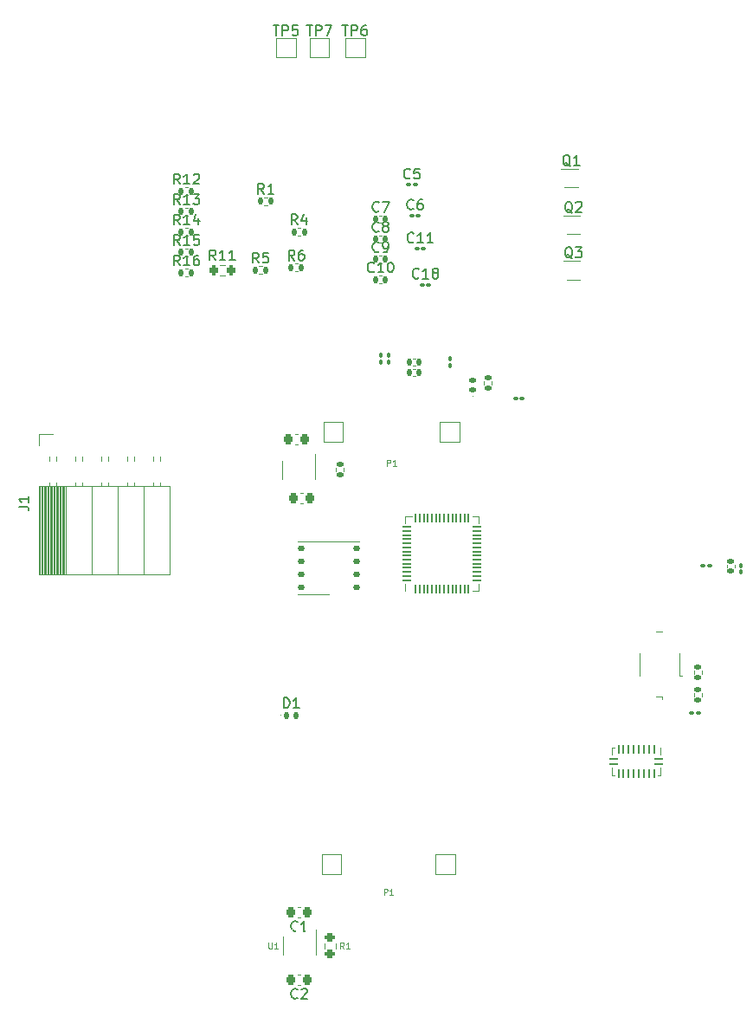
<source format=gbr>
%TF.GenerationSoftware,KiCad,Pcbnew,7.0.8*%
%TF.CreationDate,2024-04-02T14:21:28+02:00*%
%TF.ProjectId,Expansion_Card_Retrofit,45787061-6e73-4696-9f6e-5f436172645f,X1*%
%TF.SameCoordinates,Original*%
%TF.FileFunction,Legend,Top*%
%TF.FilePolarity,Positive*%
%FSLAX46Y46*%
G04 Gerber Fmt 4.6, Leading zero omitted, Abs format (unit mm)*
G04 Created by KiCad (PCBNEW 7.0.8) date 2024-04-02 14:21:28*
%MOMM*%
%LPD*%
G01*
G04 APERTURE LIST*
G04 Aperture macros list*
%AMRoundRect*
0 Rectangle with rounded corners*
0 $1 Rounding radius*
0 $2 $3 $4 $5 $6 $7 $8 $9 X,Y pos of 4 corners*
0 Add a 4 corners polygon primitive as box body*
4,1,4,$2,$3,$4,$5,$6,$7,$8,$9,$2,$3,0*
0 Add four circle primitives for the rounded corners*
1,1,$1+$1,$2,$3*
1,1,$1+$1,$4,$5*
1,1,$1+$1,$6,$7*
1,1,$1+$1,$8,$9*
0 Add four rect primitives between the rounded corners*
20,1,$1+$1,$2,$3,$4,$5,0*
20,1,$1+$1,$4,$5,$6,$7,0*
20,1,$1+$1,$6,$7,$8,$9,0*
20,1,$1+$1,$8,$9,$2,$3,0*%
G04 Aperture macros list end*
%ADD10C,0.101600*%
%ADD11C,0.150000*%
%ADD12C,0.120000*%
%ADD13C,0.100000*%
%ADD14R,0.650000X1.060000*%
%ADD15RoundRect,0.225000X0.225000X0.250000X-0.225000X0.250000X-0.225000X-0.250000X0.225000X-0.250000X0*%
%ADD16RoundRect,0.200000X-0.275000X0.200000X-0.275000X-0.200000X0.275000X-0.200000X0.275000X0.200000X0*%
%ADD17R,0.380000X1.000000*%
%ADD18R,0.700000X1.150000*%
%ADD19R,1.500000X1.500000*%
%ADD20C,2.200000*%
%ADD21RoundRect,0.125000X0.250000X0.125000X-0.250000X0.125000X-0.250000X-0.125000X0.250000X-0.125000X0*%
%ADD22R,3.400000X4.300000*%
%ADD23RoundRect,0.135000X-0.185000X0.135000X-0.185000X-0.135000X0.185000X-0.135000X0.185000X0.135000X0*%
%ADD24R,1.400000X1.800000*%
%ADD25RoundRect,0.140000X-0.140000X-0.170000X0.140000X-0.170000X0.140000X0.170000X-0.140000X0.170000X0*%
%ADD26RoundRect,0.135000X-0.135000X-0.185000X0.135000X-0.185000X0.135000X0.185000X-0.135000X0.185000X0*%
%ADD27RoundRect,0.147500X-0.147500X-0.172500X0.147500X-0.172500X0.147500X0.172500X-0.147500X0.172500X0*%
%ADD28RoundRect,0.100000X-0.100000X0.130000X-0.100000X-0.130000X0.100000X-0.130000X0.100000X0.130000X0*%
%ADD29RoundRect,0.100000X-0.130000X-0.100000X0.130000X-0.100000X0.130000X0.100000X-0.130000X0.100000X0*%
%ADD30R,0.510000X0.400000*%
%ADD31RoundRect,0.050000X0.050000X-0.387500X0.050000X0.387500X-0.050000X0.387500X-0.050000X-0.387500X0*%
%ADD32RoundRect,0.050000X0.387500X-0.050000X0.387500X0.050000X-0.387500X0.050000X-0.387500X-0.050000X0*%
%ADD33R,3.200000X3.200000*%
%ADD34RoundRect,0.140000X0.140000X0.170000X-0.140000X0.170000X-0.140000X-0.170000X0.140000X-0.170000X0*%
%ADD35R,1.700000X1.700000*%
%ADD36O,1.700000X1.700000*%
%ADD37RoundRect,0.140000X0.170000X-0.140000X0.170000X0.140000X-0.170000X0.140000X-0.170000X-0.140000X0*%
%ADD38RoundRect,0.135000X0.185000X-0.135000X0.185000X0.135000X-0.185000X0.135000X-0.185000X-0.135000X0*%
%ADD39RoundRect,0.200000X-0.200000X-0.275000X0.200000X-0.275000X0.200000X0.275000X-0.200000X0.275000X0*%
%ADD40RoundRect,0.100000X0.100000X-0.130000X0.100000X0.130000X-0.100000X0.130000X-0.100000X-0.130000X0*%
%ADD41RoundRect,0.100000X0.130000X0.100000X-0.130000X0.100000X-0.130000X-0.100000X0.130000X-0.100000X0*%
%ADD42RoundRect,0.062500X-0.350000X0.062500X-0.350000X-0.062500X0.350000X-0.062500X0.350000X0.062500X0*%
%ADD43RoundRect,0.062500X-0.062500X0.350000X-0.062500X-0.350000X0.062500X-0.350000X0.062500X0.350000X0*%
%ADD44R,3.000000X1.000000*%
%ADD45RoundRect,0.147500X0.172500X-0.147500X0.172500X0.147500X-0.172500X0.147500X-0.172500X-0.147500X0*%
G04 APERTURE END LIST*
D10*
X128277395Y-135951778D02*
X128277395Y-136424701D01*
X128277395Y-136424701D02*
X128305214Y-136480339D01*
X128305214Y-136480339D02*
X128333033Y-136508159D01*
X128333033Y-136508159D02*
X128388671Y-136535978D01*
X128388671Y-136535978D02*
X128499947Y-136535978D01*
X128499947Y-136535978D02*
X128555585Y-136508159D01*
X128555585Y-136508159D02*
X128583404Y-136480339D01*
X128583404Y-136480339D02*
X128611223Y-136424701D01*
X128611223Y-136424701D02*
X128611223Y-135951778D01*
X129195423Y-136535978D02*
X128861595Y-136535978D01*
X129028509Y-136535978D02*
X129028509Y-135951778D01*
X129028509Y-135951778D02*
X128972871Y-136035235D01*
X128972871Y-136035235D02*
X128917233Y-136090873D01*
X128917233Y-136090873D02*
X128861595Y-136118692D01*
D11*
X131095833Y-134758580D02*
X131048214Y-134806200D01*
X131048214Y-134806200D02*
X130905357Y-134853819D01*
X130905357Y-134853819D02*
X130810119Y-134853819D01*
X130810119Y-134853819D02*
X130667262Y-134806200D01*
X130667262Y-134806200D02*
X130572024Y-134710961D01*
X130572024Y-134710961D02*
X130524405Y-134615723D01*
X130524405Y-134615723D02*
X130476786Y-134425247D01*
X130476786Y-134425247D02*
X130476786Y-134282390D01*
X130476786Y-134282390D02*
X130524405Y-134091914D01*
X130524405Y-134091914D02*
X130572024Y-133996676D01*
X130572024Y-133996676D02*
X130667262Y-133901438D01*
X130667262Y-133901438D02*
X130810119Y-133853819D01*
X130810119Y-133853819D02*
X130905357Y-133853819D01*
X130905357Y-133853819D02*
X131048214Y-133901438D01*
X131048214Y-133901438D02*
X131095833Y-133949057D01*
X132048214Y-134853819D02*
X131476786Y-134853819D01*
X131762500Y-134853819D02*
X131762500Y-133853819D01*
X131762500Y-133853819D02*
X131667262Y-133996676D01*
X131667262Y-133996676D02*
X131572024Y-134091914D01*
X131572024Y-134091914D02*
X131476786Y-134139533D01*
D10*
X135635133Y-136535978D02*
X135440400Y-136257787D01*
X135301305Y-136535978D02*
X135301305Y-135951778D01*
X135301305Y-135951778D02*
X135523857Y-135951778D01*
X135523857Y-135951778D02*
X135579495Y-135979597D01*
X135579495Y-135979597D02*
X135607314Y-136007416D01*
X135607314Y-136007416D02*
X135635133Y-136063054D01*
X135635133Y-136063054D02*
X135635133Y-136146511D01*
X135635133Y-136146511D02*
X135607314Y-136202149D01*
X135607314Y-136202149D02*
X135579495Y-136229968D01*
X135579495Y-136229968D02*
X135523857Y-136257787D01*
X135523857Y-136257787D02*
X135301305Y-136257787D01*
X136191514Y-136535978D02*
X135857686Y-136535978D01*
X136024600Y-136535978D02*
X136024600Y-135951778D01*
X136024600Y-135951778D02*
X135968962Y-136035235D01*
X135968962Y-136035235D02*
X135913324Y-136090873D01*
X135913324Y-136090873D02*
X135857686Y-136118692D01*
X139568805Y-131304978D02*
X139568805Y-130720778D01*
X139568805Y-130720778D02*
X139791357Y-130720778D01*
X139791357Y-130720778D02*
X139846995Y-130748597D01*
X139846995Y-130748597D02*
X139874814Y-130776416D01*
X139874814Y-130776416D02*
X139902633Y-130832054D01*
X139902633Y-130832054D02*
X139902633Y-130915511D01*
X139902633Y-130915511D02*
X139874814Y-130971149D01*
X139874814Y-130971149D02*
X139846995Y-130998968D01*
X139846995Y-130998968D02*
X139791357Y-131026787D01*
X139791357Y-131026787D02*
X139568805Y-131026787D01*
X140459014Y-131304978D02*
X140125186Y-131304978D01*
X140292100Y-131304978D02*
X140292100Y-130720778D01*
X140292100Y-130720778D02*
X140236462Y-130804235D01*
X140236462Y-130804235D02*
X140180824Y-130859873D01*
X140180824Y-130859873D02*
X140125186Y-130887692D01*
D11*
X131095833Y-141362580D02*
X131048214Y-141410200D01*
X131048214Y-141410200D02*
X130905357Y-141457819D01*
X130905357Y-141457819D02*
X130810119Y-141457819D01*
X130810119Y-141457819D02*
X130667262Y-141410200D01*
X130667262Y-141410200D02*
X130572024Y-141314961D01*
X130572024Y-141314961D02*
X130524405Y-141219723D01*
X130524405Y-141219723D02*
X130476786Y-141029247D01*
X130476786Y-141029247D02*
X130476786Y-140886390D01*
X130476786Y-140886390D02*
X130524405Y-140695914D01*
X130524405Y-140695914D02*
X130572024Y-140600676D01*
X130572024Y-140600676D02*
X130667262Y-140505438D01*
X130667262Y-140505438D02*
X130810119Y-140457819D01*
X130810119Y-140457819D02*
X130905357Y-140457819D01*
X130905357Y-140457819D02*
X131048214Y-140505438D01*
X131048214Y-140505438D02*
X131095833Y-140553057D01*
X131476786Y-140553057D02*
X131524405Y-140505438D01*
X131524405Y-140505438D02*
X131619643Y-140457819D01*
X131619643Y-140457819D02*
X131857738Y-140457819D01*
X131857738Y-140457819D02*
X131952976Y-140505438D01*
X131952976Y-140505438D02*
X132000595Y-140553057D01*
X132000595Y-140553057D02*
X132048214Y-140648295D01*
X132048214Y-140648295D02*
X132048214Y-140743533D01*
X132048214Y-140743533D02*
X132000595Y-140886390D01*
X132000595Y-140886390D02*
X131429167Y-141457819D01*
X131429167Y-141457819D02*
X132048214Y-141457819D01*
X138587142Y-70359580D02*
X138539523Y-70407200D01*
X138539523Y-70407200D02*
X138396666Y-70454819D01*
X138396666Y-70454819D02*
X138301428Y-70454819D01*
X138301428Y-70454819D02*
X138158571Y-70407200D01*
X138158571Y-70407200D02*
X138063333Y-70311961D01*
X138063333Y-70311961D02*
X138015714Y-70216723D01*
X138015714Y-70216723D02*
X137968095Y-70026247D01*
X137968095Y-70026247D02*
X137968095Y-69883390D01*
X137968095Y-69883390D02*
X138015714Y-69692914D01*
X138015714Y-69692914D02*
X138063333Y-69597676D01*
X138063333Y-69597676D02*
X138158571Y-69502438D01*
X138158571Y-69502438D02*
X138301428Y-69454819D01*
X138301428Y-69454819D02*
X138396666Y-69454819D01*
X138396666Y-69454819D02*
X138539523Y-69502438D01*
X138539523Y-69502438D02*
X138587142Y-69550057D01*
X139539523Y-70454819D02*
X138968095Y-70454819D01*
X139253809Y-70454819D02*
X139253809Y-69454819D01*
X139253809Y-69454819D02*
X139158571Y-69597676D01*
X139158571Y-69597676D02*
X139063333Y-69692914D01*
X139063333Y-69692914D02*
X138968095Y-69740533D01*
X140158571Y-69454819D02*
X140253809Y-69454819D01*
X140253809Y-69454819D02*
X140349047Y-69502438D01*
X140349047Y-69502438D02*
X140396666Y-69550057D01*
X140396666Y-69550057D02*
X140444285Y-69645295D01*
X140444285Y-69645295D02*
X140491904Y-69835771D01*
X140491904Y-69835771D02*
X140491904Y-70073866D01*
X140491904Y-70073866D02*
X140444285Y-70264342D01*
X140444285Y-70264342D02*
X140396666Y-70359580D01*
X140396666Y-70359580D02*
X140349047Y-70407200D01*
X140349047Y-70407200D02*
X140253809Y-70454819D01*
X140253809Y-70454819D02*
X140158571Y-70454819D01*
X140158571Y-70454819D02*
X140063333Y-70407200D01*
X140063333Y-70407200D02*
X140015714Y-70359580D01*
X140015714Y-70359580D02*
X139968095Y-70264342D01*
X139968095Y-70264342D02*
X139920476Y-70073866D01*
X139920476Y-70073866D02*
X139920476Y-69835771D01*
X139920476Y-69835771D02*
X139968095Y-69645295D01*
X139968095Y-69645295D02*
X140015714Y-69550057D01*
X140015714Y-69550057D02*
X140063333Y-69502438D01*
X140063333Y-69502438D02*
X140158571Y-69454819D01*
X127833333Y-62784819D02*
X127500000Y-62308628D01*
X127261905Y-62784819D02*
X127261905Y-61784819D01*
X127261905Y-61784819D02*
X127642857Y-61784819D01*
X127642857Y-61784819D02*
X127738095Y-61832438D01*
X127738095Y-61832438D02*
X127785714Y-61880057D01*
X127785714Y-61880057D02*
X127833333Y-61975295D01*
X127833333Y-61975295D02*
X127833333Y-62118152D01*
X127833333Y-62118152D02*
X127785714Y-62213390D01*
X127785714Y-62213390D02*
X127738095Y-62261009D01*
X127738095Y-62261009D02*
X127642857Y-62308628D01*
X127642857Y-62308628D02*
X127261905Y-62308628D01*
X128785714Y-62784819D02*
X128214286Y-62784819D01*
X128500000Y-62784819D02*
X128500000Y-61784819D01*
X128500000Y-61784819D02*
X128404762Y-61927676D01*
X128404762Y-61927676D02*
X128309524Y-62022914D01*
X128309524Y-62022914D02*
X128214286Y-62070533D01*
X129761905Y-113034819D02*
X129761905Y-112034819D01*
X129761905Y-112034819D02*
X130000000Y-112034819D01*
X130000000Y-112034819D02*
X130142857Y-112082438D01*
X130142857Y-112082438D02*
X130238095Y-112177676D01*
X130238095Y-112177676D02*
X130285714Y-112272914D01*
X130285714Y-112272914D02*
X130333333Y-112463390D01*
X130333333Y-112463390D02*
X130333333Y-112606247D01*
X130333333Y-112606247D02*
X130285714Y-112796723D01*
X130285714Y-112796723D02*
X130238095Y-112891961D01*
X130238095Y-112891961D02*
X130142857Y-112987200D01*
X130142857Y-112987200D02*
X130000000Y-113034819D01*
X130000000Y-113034819D02*
X129761905Y-113034819D01*
X131285714Y-113034819D02*
X130714286Y-113034819D01*
X131000000Y-113034819D02*
X131000000Y-112034819D01*
X131000000Y-112034819D02*
X130904762Y-112177676D01*
X130904762Y-112177676D02*
X130809524Y-112272914D01*
X130809524Y-112272914D02*
X130714286Y-112320533D01*
X142448333Y-64219580D02*
X142400714Y-64267200D01*
X142400714Y-64267200D02*
X142257857Y-64314819D01*
X142257857Y-64314819D02*
X142162619Y-64314819D01*
X142162619Y-64314819D02*
X142019762Y-64267200D01*
X142019762Y-64267200D02*
X141924524Y-64171961D01*
X141924524Y-64171961D02*
X141876905Y-64076723D01*
X141876905Y-64076723D02*
X141829286Y-63886247D01*
X141829286Y-63886247D02*
X141829286Y-63743390D01*
X141829286Y-63743390D02*
X141876905Y-63552914D01*
X141876905Y-63552914D02*
X141924524Y-63457676D01*
X141924524Y-63457676D02*
X142019762Y-63362438D01*
X142019762Y-63362438D02*
X142162619Y-63314819D01*
X142162619Y-63314819D02*
X142257857Y-63314819D01*
X142257857Y-63314819D02*
X142400714Y-63362438D01*
X142400714Y-63362438D02*
X142448333Y-63410057D01*
X143305476Y-63314819D02*
X143115000Y-63314819D01*
X143115000Y-63314819D02*
X143019762Y-63362438D01*
X143019762Y-63362438D02*
X142972143Y-63410057D01*
X142972143Y-63410057D02*
X142876905Y-63552914D01*
X142876905Y-63552914D02*
X142829286Y-63743390D01*
X142829286Y-63743390D02*
X142829286Y-64124342D01*
X142829286Y-64124342D02*
X142876905Y-64219580D01*
X142876905Y-64219580D02*
X142924524Y-64267200D01*
X142924524Y-64267200D02*
X143019762Y-64314819D01*
X143019762Y-64314819D02*
X143210238Y-64314819D01*
X143210238Y-64314819D02*
X143305476Y-64267200D01*
X143305476Y-64267200D02*
X143353095Y-64219580D01*
X143353095Y-64219580D02*
X143400714Y-64124342D01*
X143400714Y-64124342D02*
X143400714Y-63886247D01*
X143400714Y-63886247D02*
X143353095Y-63791009D01*
X143353095Y-63791009D02*
X143305476Y-63743390D01*
X143305476Y-63743390D02*
X143210238Y-63695771D01*
X143210238Y-63695771D02*
X143019762Y-63695771D01*
X143019762Y-63695771D02*
X142924524Y-63743390D01*
X142924524Y-63743390D02*
X142876905Y-63791009D01*
X142876905Y-63791009D02*
X142829286Y-63886247D01*
X157799761Y-60100057D02*
X157704523Y-60052438D01*
X157704523Y-60052438D02*
X157609285Y-59957200D01*
X157609285Y-59957200D02*
X157466428Y-59814342D01*
X157466428Y-59814342D02*
X157371190Y-59766723D01*
X157371190Y-59766723D02*
X157275952Y-59766723D01*
X157323571Y-60004819D02*
X157228333Y-59957200D01*
X157228333Y-59957200D02*
X157133095Y-59861961D01*
X157133095Y-59861961D02*
X157085476Y-59671485D01*
X157085476Y-59671485D02*
X157085476Y-59338152D01*
X157085476Y-59338152D02*
X157133095Y-59147676D01*
X157133095Y-59147676D02*
X157228333Y-59052438D01*
X157228333Y-59052438D02*
X157323571Y-59004819D01*
X157323571Y-59004819D02*
X157514047Y-59004819D01*
X157514047Y-59004819D02*
X157609285Y-59052438D01*
X157609285Y-59052438D02*
X157704523Y-59147676D01*
X157704523Y-59147676D02*
X157752142Y-59338152D01*
X157752142Y-59338152D02*
X157752142Y-59671485D01*
X157752142Y-59671485D02*
X157704523Y-59861961D01*
X157704523Y-59861961D02*
X157609285Y-59957200D01*
X157609285Y-59957200D02*
X157514047Y-60004819D01*
X157514047Y-60004819D02*
X157323571Y-60004819D01*
X158704523Y-60004819D02*
X158133095Y-60004819D01*
X158418809Y-60004819D02*
X158418809Y-59004819D01*
X158418809Y-59004819D02*
X158323571Y-59147676D01*
X158323571Y-59147676D02*
X158228333Y-59242914D01*
X158228333Y-59242914D02*
X158133095Y-59290533D01*
X139063333Y-64449580D02*
X139015714Y-64497200D01*
X139015714Y-64497200D02*
X138872857Y-64544819D01*
X138872857Y-64544819D02*
X138777619Y-64544819D01*
X138777619Y-64544819D02*
X138634762Y-64497200D01*
X138634762Y-64497200D02*
X138539524Y-64401961D01*
X138539524Y-64401961D02*
X138491905Y-64306723D01*
X138491905Y-64306723D02*
X138444286Y-64116247D01*
X138444286Y-64116247D02*
X138444286Y-63973390D01*
X138444286Y-63973390D02*
X138491905Y-63782914D01*
X138491905Y-63782914D02*
X138539524Y-63687676D01*
X138539524Y-63687676D02*
X138634762Y-63592438D01*
X138634762Y-63592438D02*
X138777619Y-63544819D01*
X138777619Y-63544819D02*
X138872857Y-63544819D01*
X138872857Y-63544819D02*
X139015714Y-63592438D01*
X139015714Y-63592438D02*
X139063333Y-63640057D01*
X139396667Y-63544819D02*
X140063333Y-63544819D01*
X140063333Y-63544819D02*
X139634762Y-64544819D01*
X139063333Y-68389580D02*
X139015714Y-68437200D01*
X139015714Y-68437200D02*
X138872857Y-68484819D01*
X138872857Y-68484819D02*
X138777619Y-68484819D01*
X138777619Y-68484819D02*
X138634762Y-68437200D01*
X138634762Y-68437200D02*
X138539524Y-68341961D01*
X138539524Y-68341961D02*
X138491905Y-68246723D01*
X138491905Y-68246723D02*
X138444286Y-68056247D01*
X138444286Y-68056247D02*
X138444286Y-67913390D01*
X138444286Y-67913390D02*
X138491905Y-67722914D01*
X138491905Y-67722914D02*
X138539524Y-67627676D01*
X138539524Y-67627676D02*
X138634762Y-67532438D01*
X138634762Y-67532438D02*
X138777619Y-67484819D01*
X138777619Y-67484819D02*
X138872857Y-67484819D01*
X138872857Y-67484819D02*
X139015714Y-67532438D01*
X139015714Y-67532438D02*
X139063333Y-67580057D01*
X139539524Y-68484819D02*
X139730000Y-68484819D01*
X139730000Y-68484819D02*
X139825238Y-68437200D01*
X139825238Y-68437200D02*
X139872857Y-68389580D01*
X139872857Y-68389580D02*
X139968095Y-68246723D01*
X139968095Y-68246723D02*
X140015714Y-68056247D01*
X140015714Y-68056247D02*
X140015714Y-67675295D01*
X140015714Y-67675295D02*
X139968095Y-67580057D01*
X139968095Y-67580057D02*
X139920476Y-67532438D01*
X139920476Y-67532438D02*
X139825238Y-67484819D01*
X139825238Y-67484819D02*
X139634762Y-67484819D01*
X139634762Y-67484819D02*
X139539524Y-67532438D01*
X139539524Y-67532438D02*
X139491905Y-67580057D01*
X139491905Y-67580057D02*
X139444286Y-67675295D01*
X139444286Y-67675295D02*
X139444286Y-67913390D01*
X139444286Y-67913390D02*
X139491905Y-68008628D01*
X139491905Y-68008628D02*
X139539524Y-68056247D01*
X139539524Y-68056247D02*
X139634762Y-68103866D01*
X139634762Y-68103866D02*
X139825238Y-68103866D01*
X139825238Y-68103866D02*
X139920476Y-68056247D01*
X139920476Y-68056247D02*
X139968095Y-68008628D01*
X139968095Y-68008628D02*
X140015714Y-67913390D01*
X139063333Y-66419580D02*
X139015714Y-66467200D01*
X139015714Y-66467200D02*
X138872857Y-66514819D01*
X138872857Y-66514819D02*
X138777619Y-66514819D01*
X138777619Y-66514819D02*
X138634762Y-66467200D01*
X138634762Y-66467200D02*
X138539524Y-66371961D01*
X138539524Y-66371961D02*
X138491905Y-66276723D01*
X138491905Y-66276723D02*
X138444286Y-66086247D01*
X138444286Y-66086247D02*
X138444286Y-65943390D01*
X138444286Y-65943390D02*
X138491905Y-65752914D01*
X138491905Y-65752914D02*
X138539524Y-65657676D01*
X138539524Y-65657676D02*
X138634762Y-65562438D01*
X138634762Y-65562438D02*
X138777619Y-65514819D01*
X138777619Y-65514819D02*
X138872857Y-65514819D01*
X138872857Y-65514819D02*
X139015714Y-65562438D01*
X139015714Y-65562438D02*
X139063333Y-65610057D01*
X139634762Y-65943390D02*
X139539524Y-65895771D01*
X139539524Y-65895771D02*
X139491905Y-65848152D01*
X139491905Y-65848152D02*
X139444286Y-65752914D01*
X139444286Y-65752914D02*
X139444286Y-65705295D01*
X139444286Y-65705295D02*
X139491905Y-65610057D01*
X139491905Y-65610057D02*
X139539524Y-65562438D01*
X139539524Y-65562438D02*
X139634762Y-65514819D01*
X139634762Y-65514819D02*
X139825238Y-65514819D01*
X139825238Y-65514819D02*
X139920476Y-65562438D01*
X139920476Y-65562438D02*
X139968095Y-65610057D01*
X139968095Y-65610057D02*
X140015714Y-65705295D01*
X140015714Y-65705295D02*
X140015714Y-65752914D01*
X140015714Y-65752914D02*
X139968095Y-65848152D01*
X139968095Y-65848152D02*
X139920476Y-65895771D01*
X139920476Y-65895771D02*
X139825238Y-65943390D01*
X139825238Y-65943390D02*
X139634762Y-65943390D01*
X139634762Y-65943390D02*
X139539524Y-65991009D01*
X139539524Y-65991009D02*
X139491905Y-66038628D01*
X139491905Y-66038628D02*
X139444286Y-66133866D01*
X139444286Y-66133866D02*
X139444286Y-66324342D01*
X139444286Y-66324342D02*
X139491905Y-66419580D01*
X139491905Y-66419580D02*
X139539524Y-66467200D01*
X139539524Y-66467200D02*
X139634762Y-66514819D01*
X139634762Y-66514819D02*
X139825238Y-66514819D01*
X139825238Y-66514819D02*
X139920476Y-66467200D01*
X139920476Y-66467200D02*
X139968095Y-66419580D01*
X139968095Y-66419580D02*
X140015714Y-66324342D01*
X140015714Y-66324342D02*
X140015714Y-66133866D01*
X140015714Y-66133866D02*
X139968095Y-66038628D01*
X139968095Y-66038628D02*
X139920476Y-65991009D01*
X139920476Y-65991009D02*
X139825238Y-65943390D01*
X103834819Y-93358333D02*
X104549104Y-93358333D01*
X104549104Y-93358333D02*
X104691961Y-93405952D01*
X104691961Y-93405952D02*
X104787200Y-93501190D01*
X104787200Y-93501190D02*
X104834819Y-93644047D01*
X104834819Y-93644047D02*
X104834819Y-93739285D01*
X104834819Y-92358333D02*
X104834819Y-92929761D01*
X104834819Y-92644047D02*
X103834819Y-92644047D01*
X103834819Y-92644047D02*
X103977676Y-92739285D01*
X103977676Y-92739285D02*
X104072914Y-92834523D01*
X104072914Y-92834523D02*
X104120533Y-92929761D01*
X128738095Y-46306819D02*
X129309523Y-46306819D01*
X129023809Y-47306819D02*
X129023809Y-46306819D01*
X129642857Y-47306819D02*
X129642857Y-46306819D01*
X129642857Y-46306819D02*
X130023809Y-46306819D01*
X130023809Y-46306819D02*
X130119047Y-46354438D01*
X130119047Y-46354438D02*
X130166666Y-46402057D01*
X130166666Y-46402057D02*
X130214285Y-46497295D01*
X130214285Y-46497295D02*
X130214285Y-46640152D01*
X130214285Y-46640152D02*
X130166666Y-46735390D01*
X130166666Y-46735390D02*
X130119047Y-46783009D01*
X130119047Y-46783009D02*
X130023809Y-46830628D01*
X130023809Y-46830628D02*
X129642857Y-46830628D01*
X131119047Y-46306819D02*
X130642857Y-46306819D01*
X130642857Y-46306819D02*
X130595238Y-46783009D01*
X130595238Y-46783009D02*
X130642857Y-46735390D01*
X130642857Y-46735390D02*
X130738095Y-46687771D01*
X130738095Y-46687771D02*
X130976190Y-46687771D01*
X130976190Y-46687771D02*
X131071428Y-46735390D01*
X131071428Y-46735390D02*
X131119047Y-46783009D01*
X131119047Y-46783009D02*
X131166666Y-46878247D01*
X131166666Y-46878247D02*
X131166666Y-47116342D01*
X131166666Y-47116342D02*
X131119047Y-47211580D01*
X131119047Y-47211580D02*
X131071428Y-47259200D01*
X131071428Y-47259200D02*
X130976190Y-47306819D01*
X130976190Y-47306819D02*
X130738095Y-47306819D01*
X130738095Y-47306819D02*
X130642857Y-47259200D01*
X130642857Y-47259200D02*
X130595238Y-47211580D01*
X158009761Y-69100057D02*
X157914523Y-69052438D01*
X157914523Y-69052438D02*
X157819285Y-68957200D01*
X157819285Y-68957200D02*
X157676428Y-68814342D01*
X157676428Y-68814342D02*
X157581190Y-68766723D01*
X157581190Y-68766723D02*
X157485952Y-68766723D01*
X157533571Y-69004819D02*
X157438333Y-68957200D01*
X157438333Y-68957200D02*
X157343095Y-68861961D01*
X157343095Y-68861961D02*
X157295476Y-68671485D01*
X157295476Y-68671485D02*
X157295476Y-68338152D01*
X157295476Y-68338152D02*
X157343095Y-68147676D01*
X157343095Y-68147676D02*
X157438333Y-68052438D01*
X157438333Y-68052438D02*
X157533571Y-68004819D01*
X157533571Y-68004819D02*
X157724047Y-68004819D01*
X157724047Y-68004819D02*
X157819285Y-68052438D01*
X157819285Y-68052438D02*
X157914523Y-68147676D01*
X157914523Y-68147676D02*
X157962142Y-68338152D01*
X157962142Y-68338152D02*
X157962142Y-68671485D01*
X157962142Y-68671485D02*
X157914523Y-68861961D01*
X157914523Y-68861961D02*
X157819285Y-68957200D01*
X157819285Y-68957200D02*
X157724047Y-69004819D01*
X157724047Y-69004819D02*
X157533571Y-69004819D01*
X158295476Y-68004819D02*
X158914523Y-68004819D01*
X158914523Y-68004819D02*
X158581190Y-68385771D01*
X158581190Y-68385771D02*
X158724047Y-68385771D01*
X158724047Y-68385771D02*
X158819285Y-68433390D01*
X158819285Y-68433390D02*
X158866904Y-68481009D01*
X158866904Y-68481009D02*
X158914523Y-68576247D01*
X158914523Y-68576247D02*
X158914523Y-68814342D01*
X158914523Y-68814342D02*
X158866904Y-68909580D01*
X158866904Y-68909580D02*
X158819285Y-68957200D01*
X158819285Y-68957200D02*
X158724047Y-69004819D01*
X158724047Y-69004819D02*
X158438333Y-69004819D01*
X158438333Y-69004819D02*
X158343095Y-68957200D01*
X158343095Y-68957200D02*
X158295476Y-68909580D01*
X142472142Y-67469580D02*
X142424523Y-67517200D01*
X142424523Y-67517200D02*
X142281666Y-67564819D01*
X142281666Y-67564819D02*
X142186428Y-67564819D01*
X142186428Y-67564819D02*
X142043571Y-67517200D01*
X142043571Y-67517200D02*
X141948333Y-67421961D01*
X141948333Y-67421961D02*
X141900714Y-67326723D01*
X141900714Y-67326723D02*
X141853095Y-67136247D01*
X141853095Y-67136247D02*
X141853095Y-66993390D01*
X141853095Y-66993390D02*
X141900714Y-66802914D01*
X141900714Y-66802914D02*
X141948333Y-66707676D01*
X141948333Y-66707676D02*
X142043571Y-66612438D01*
X142043571Y-66612438D02*
X142186428Y-66564819D01*
X142186428Y-66564819D02*
X142281666Y-66564819D01*
X142281666Y-66564819D02*
X142424523Y-66612438D01*
X142424523Y-66612438D02*
X142472142Y-66660057D01*
X143424523Y-67564819D02*
X142853095Y-67564819D01*
X143138809Y-67564819D02*
X143138809Y-66564819D01*
X143138809Y-66564819D02*
X143043571Y-66707676D01*
X143043571Y-66707676D02*
X142948333Y-66802914D01*
X142948333Y-66802914D02*
X142853095Y-66850533D01*
X144376904Y-67564819D02*
X143805476Y-67564819D01*
X144091190Y-67564819D02*
X144091190Y-66564819D01*
X144091190Y-66564819D02*
X143995952Y-66707676D01*
X143995952Y-66707676D02*
X143900714Y-66802914D01*
X143900714Y-66802914D02*
X143805476Y-66850533D01*
X135488095Y-46306819D02*
X136059523Y-46306819D01*
X135773809Y-47306819D02*
X135773809Y-46306819D01*
X136392857Y-47306819D02*
X136392857Y-46306819D01*
X136392857Y-46306819D02*
X136773809Y-46306819D01*
X136773809Y-46306819D02*
X136869047Y-46354438D01*
X136869047Y-46354438D02*
X136916666Y-46402057D01*
X136916666Y-46402057D02*
X136964285Y-46497295D01*
X136964285Y-46497295D02*
X136964285Y-46640152D01*
X136964285Y-46640152D02*
X136916666Y-46735390D01*
X136916666Y-46735390D02*
X136869047Y-46783009D01*
X136869047Y-46783009D02*
X136773809Y-46830628D01*
X136773809Y-46830628D02*
X136392857Y-46830628D01*
X137821428Y-46306819D02*
X137630952Y-46306819D01*
X137630952Y-46306819D02*
X137535714Y-46354438D01*
X137535714Y-46354438D02*
X137488095Y-46402057D01*
X137488095Y-46402057D02*
X137392857Y-46544914D01*
X137392857Y-46544914D02*
X137345238Y-46735390D01*
X137345238Y-46735390D02*
X137345238Y-47116342D01*
X137345238Y-47116342D02*
X137392857Y-47211580D01*
X137392857Y-47211580D02*
X137440476Y-47259200D01*
X137440476Y-47259200D02*
X137535714Y-47306819D01*
X137535714Y-47306819D02*
X137726190Y-47306819D01*
X137726190Y-47306819D02*
X137821428Y-47259200D01*
X137821428Y-47259200D02*
X137869047Y-47211580D01*
X137869047Y-47211580D02*
X137916666Y-47116342D01*
X137916666Y-47116342D02*
X137916666Y-46878247D01*
X137916666Y-46878247D02*
X137869047Y-46783009D01*
X137869047Y-46783009D02*
X137821428Y-46735390D01*
X137821428Y-46735390D02*
X137726190Y-46687771D01*
X137726190Y-46687771D02*
X137535714Y-46687771D01*
X137535714Y-46687771D02*
X137440476Y-46735390D01*
X137440476Y-46735390D02*
X137392857Y-46783009D01*
X137392857Y-46783009D02*
X137345238Y-46878247D01*
X123107142Y-69274819D02*
X122773809Y-68798628D01*
X122535714Y-69274819D02*
X122535714Y-68274819D01*
X122535714Y-68274819D02*
X122916666Y-68274819D01*
X122916666Y-68274819D02*
X123011904Y-68322438D01*
X123011904Y-68322438D02*
X123059523Y-68370057D01*
X123059523Y-68370057D02*
X123107142Y-68465295D01*
X123107142Y-68465295D02*
X123107142Y-68608152D01*
X123107142Y-68608152D02*
X123059523Y-68703390D01*
X123059523Y-68703390D02*
X123011904Y-68751009D01*
X123011904Y-68751009D02*
X122916666Y-68798628D01*
X122916666Y-68798628D02*
X122535714Y-68798628D01*
X124059523Y-69274819D02*
X123488095Y-69274819D01*
X123773809Y-69274819D02*
X123773809Y-68274819D01*
X123773809Y-68274819D02*
X123678571Y-68417676D01*
X123678571Y-68417676D02*
X123583333Y-68512914D01*
X123583333Y-68512914D02*
X123488095Y-68560533D01*
X125011904Y-69274819D02*
X124440476Y-69274819D01*
X124726190Y-69274819D02*
X124726190Y-68274819D01*
X124726190Y-68274819D02*
X124630952Y-68417676D01*
X124630952Y-68417676D02*
X124535714Y-68512914D01*
X124535714Y-68512914D02*
X124440476Y-68560533D01*
X158009761Y-64650057D02*
X157914523Y-64602438D01*
X157914523Y-64602438D02*
X157819285Y-64507200D01*
X157819285Y-64507200D02*
X157676428Y-64364342D01*
X157676428Y-64364342D02*
X157581190Y-64316723D01*
X157581190Y-64316723D02*
X157485952Y-64316723D01*
X157533571Y-64554819D02*
X157438333Y-64507200D01*
X157438333Y-64507200D02*
X157343095Y-64411961D01*
X157343095Y-64411961D02*
X157295476Y-64221485D01*
X157295476Y-64221485D02*
X157295476Y-63888152D01*
X157295476Y-63888152D02*
X157343095Y-63697676D01*
X157343095Y-63697676D02*
X157438333Y-63602438D01*
X157438333Y-63602438D02*
X157533571Y-63554819D01*
X157533571Y-63554819D02*
X157724047Y-63554819D01*
X157724047Y-63554819D02*
X157819285Y-63602438D01*
X157819285Y-63602438D02*
X157914523Y-63697676D01*
X157914523Y-63697676D02*
X157962142Y-63888152D01*
X157962142Y-63888152D02*
X157962142Y-64221485D01*
X157962142Y-64221485D02*
X157914523Y-64411961D01*
X157914523Y-64411961D02*
X157819285Y-64507200D01*
X157819285Y-64507200D02*
X157724047Y-64554819D01*
X157724047Y-64554819D02*
X157533571Y-64554819D01*
X158343095Y-63650057D02*
X158390714Y-63602438D01*
X158390714Y-63602438D02*
X158485952Y-63554819D01*
X158485952Y-63554819D02*
X158724047Y-63554819D01*
X158724047Y-63554819D02*
X158819285Y-63602438D01*
X158819285Y-63602438D02*
X158866904Y-63650057D01*
X158866904Y-63650057D02*
X158914523Y-63745295D01*
X158914523Y-63745295D02*
X158914523Y-63840533D01*
X158914523Y-63840533D02*
X158866904Y-63983390D01*
X158866904Y-63983390D02*
X158295476Y-64554819D01*
X158295476Y-64554819D02*
X158914523Y-64554819D01*
X142128333Y-61219580D02*
X142080714Y-61267200D01*
X142080714Y-61267200D02*
X141937857Y-61314819D01*
X141937857Y-61314819D02*
X141842619Y-61314819D01*
X141842619Y-61314819D02*
X141699762Y-61267200D01*
X141699762Y-61267200D02*
X141604524Y-61171961D01*
X141604524Y-61171961D02*
X141556905Y-61076723D01*
X141556905Y-61076723D02*
X141509286Y-60886247D01*
X141509286Y-60886247D02*
X141509286Y-60743390D01*
X141509286Y-60743390D02*
X141556905Y-60552914D01*
X141556905Y-60552914D02*
X141604524Y-60457676D01*
X141604524Y-60457676D02*
X141699762Y-60362438D01*
X141699762Y-60362438D02*
X141842619Y-60314819D01*
X141842619Y-60314819D02*
X141937857Y-60314819D01*
X141937857Y-60314819D02*
X142080714Y-60362438D01*
X142080714Y-60362438D02*
X142128333Y-60410057D01*
X143033095Y-60314819D02*
X142556905Y-60314819D01*
X142556905Y-60314819D02*
X142509286Y-60791009D01*
X142509286Y-60791009D02*
X142556905Y-60743390D01*
X142556905Y-60743390D02*
X142652143Y-60695771D01*
X142652143Y-60695771D02*
X142890238Y-60695771D01*
X142890238Y-60695771D02*
X142985476Y-60743390D01*
X142985476Y-60743390D02*
X143033095Y-60791009D01*
X143033095Y-60791009D02*
X143080714Y-60886247D01*
X143080714Y-60886247D02*
X143080714Y-61124342D01*
X143080714Y-61124342D02*
X143033095Y-61219580D01*
X143033095Y-61219580D02*
X142985476Y-61267200D01*
X142985476Y-61267200D02*
X142890238Y-61314819D01*
X142890238Y-61314819D02*
X142652143Y-61314819D01*
X142652143Y-61314819D02*
X142556905Y-61267200D01*
X142556905Y-61267200D02*
X142509286Y-61219580D01*
X142972142Y-70969580D02*
X142924523Y-71017200D01*
X142924523Y-71017200D02*
X142781666Y-71064819D01*
X142781666Y-71064819D02*
X142686428Y-71064819D01*
X142686428Y-71064819D02*
X142543571Y-71017200D01*
X142543571Y-71017200D02*
X142448333Y-70921961D01*
X142448333Y-70921961D02*
X142400714Y-70826723D01*
X142400714Y-70826723D02*
X142353095Y-70636247D01*
X142353095Y-70636247D02*
X142353095Y-70493390D01*
X142353095Y-70493390D02*
X142400714Y-70302914D01*
X142400714Y-70302914D02*
X142448333Y-70207676D01*
X142448333Y-70207676D02*
X142543571Y-70112438D01*
X142543571Y-70112438D02*
X142686428Y-70064819D01*
X142686428Y-70064819D02*
X142781666Y-70064819D01*
X142781666Y-70064819D02*
X142924523Y-70112438D01*
X142924523Y-70112438D02*
X142972142Y-70160057D01*
X143924523Y-71064819D02*
X143353095Y-71064819D01*
X143638809Y-71064819D02*
X143638809Y-70064819D01*
X143638809Y-70064819D02*
X143543571Y-70207676D01*
X143543571Y-70207676D02*
X143448333Y-70302914D01*
X143448333Y-70302914D02*
X143353095Y-70350533D01*
X144495952Y-70493390D02*
X144400714Y-70445771D01*
X144400714Y-70445771D02*
X144353095Y-70398152D01*
X144353095Y-70398152D02*
X144305476Y-70302914D01*
X144305476Y-70302914D02*
X144305476Y-70255295D01*
X144305476Y-70255295D02*
X144353095Y-70160057D01*
X144353095Y-70160057D02*
X144400714Y-70112438D01*
X144400714Y-70112438D02*
X144495952Y-70064819D01*
X144495952Y-70064819D02*
X144686428Y-70064819D01*
X144686428Y-70064819D02*
X144781666Y-70112438D01*
X144781666Y-70112438D02*
X144829285Y-70160057D01*
X144829285Y-70160057D02*
X144876904Y-70255295D01*
X144876904Y-70255295D02*
X144876904Y-70302914D01*
X144876904Y-70302914D02*
X144829285Y-70398152D01*
X144829285Y-70398152D02*
X144781666Y-70445771D01*
X144781666Y-70445771D02*
X144686428Y-70493390D01*
X144686428Y-70493390D02*
X144495952Y-70493390D01*
X144495952Y-70493390D02*
X144400714Y-70541009D01*
X144400714Y-70541009D02*
X144353095Y-70588628D01*
X144353095Y-70588628D02*
X144305476Y-70683866D01*
X144305476Y-70683866D02*
X144305476Y-70874342D01*
X144305476Y-70874342D02*
X144353095Y-70969580D01*
X144353095Y-70969580D02*
X144400714Y-71017200D01*
X144400714Y-71017200D02*
X144495952Y-71064819D01*
X144495952Y-71064819D02*
X144686428Y-71064819D01*
X144686428Y-71064819D02*
X144781666Y-71017200D01*
X144781666Y-71017200D02*
X144829285Y-70969580D01*
X144829285Y-70969580D02*
X144876904Y-70874342D01*
X144876904Y-70874342D02*
X144876904Y-70683866D01*
X144876904Y-70683866D02*
X144829285Y-70588628D01*
X144829285Y-70588628D02*
X144781666Y-70541009D01*
X144781666Y-70541009D02*
X144686428Y-70493390D01*
X119597142Y-61824819D02*
X119263809Y-61348628D01*
X119025714Y-61824819D02*
X119025714Y-60824819D01*
X119025714Y-60824819D02*
X119406666Y-60824819D01*
X119406666Y-60824819D02*
X119501904Y-60872438D01*
X119501904Y-60872438D02*
X119549523Y-60920057D01*
X119549523Y-60920057D02*
X119597142Y-61015295D01*
X119597142Y-61015295D02*
X119597142Y-61158152D01*
X119597142Y-61158152D02*
X119549523Y-61253390D01*
X119549523Y-61253390D02*
X119501904Y-61301009D01*
X119501904Y-61301009D02*
X119406666Y-61348628D01*
X119406666Y-61348628D02*
X119025714Y-61348628D01*
X120549523Y-61824819D02*
X119978095Y-61824819D01*
X120263809Y-61824819D02*
X120263809Y-60824819D01*
X120263809Y-60824819D02*
X120168571Y-60967676D01*
X120168571Y-60967676D02*
X120073333Y-61062914D01*
X120073333Y-61062914D02*
X119978095Y-61110533D01*
X120930476Y-60920057D02*
X120978095Y-60872438D01*
X120978095Y-60872438D02*
X121073333Y-60824819D01*
X121073333Y-60824819D02*
X121311428Y-60824819D01*
X121311428Y-60824819D02*
X121406666Y-60872438D01*
X121406666Y-60872438D02*
X121454285Y-60920057D01*
X121454285Y-60920057D02*
X121501904Y-61015295D01*
X121501904Y-61015295D02*
X121501904Y-61110533D01*
X121501904Y-61110533D02*
X121454285Y-61253390D01*
X121454285Y-61253390D02*
X120882857Y-61824819D01*
X120882857Y-61824819D02*
X121501904Y-61824819D01*
X130823333Y-69284819D02*
X130490000Y-68808628D01*
X130251905Y-69284819D02*
X130251905Y-68284819D01*
X130251905Y-68284819D02*
X130632857Y-68284819D01*
X130632857Y-68284819D02*
X130728095Y-68332438D01*
X130728095Y-68332438D02*
X130775714Y-68380057D01*
X130775714Y-68380057D02*
X130823333Y-68475295D01*
X130823333Y-68475295D02*
X130823333Y-68618152D01*
X130823333Y-68618152D02*
X130775714Y-68713390D01*
X130775714Y-68713390D02*
X130728095Y-68761009D01*
X130728095Y-68761009D02*
X130632857Y-68808628D01*
X130632857Y-68808628D02*
X130251905Y-68808628D01*
X131680476Y-68284819D02*
X131490000Y-68284819D01*
X131490000Y-68284819D02*
X131394762Y-68332438D01*
X131394762Y-68332438D02*
X131347143Y-68380057D01*
X131347143Y-68380057D02*
X131251905Y-68522914D01*
X131251905Y-68522914D02*
X131204286Y-68713390D01*
X131204286Y-68713390D02*
X131204286Y-69094342D01*
X131204286Y-69094342D02*
X131251905Y-69189580D01*
X131251905Y-69189580D02*
X131299524Y-69237200D01*
X131299524Y-69237200D02*
X131394762Y-69284819D01*
X131394762Y-69284819D02*
X131585238Y-69284819D01*
X131585238Y-69284819D02*
X131680476Y-69237200D01*
X131680476Y-69237200D02*
X131728095Y-69189580D01*
X131728095Y-69189580D02*
X131775714Y-69094342D01*
X131775714Y-69094342D02*
X131775714Y-68856247D01*
X131775714Y-68856247D02*
X131728095Y-68761009D01*
X131728095Y-68761009D02*
X131680476Y-68713390D01*
X131680476Y-68713390D02*
X131585238Y-68665771D01*
X131585238Y-68665771D02*
X131394762Y-68665771D01*
X131394762Y-68665771D02*
X131299524Y-68713390D01*
X131299524Y-68713390D02*
X131251905Y-68761009D01*
X131251905Y-68761009D02*
X131204286Y-68856247D01*
X119597142Y-67794819D02*
X119263809Y-67318628D01*
X119025714Y-67794819D02*
X119025714Y-66794819D01*
X119025714Y-66794819D02*
X119406666Y-66794819D01*
X119406666Y-66794819D02*
X119501904Y-66842438D01*
X119501904Y-66842438D02*
X119549523Y-66890057D01*
X119549523Y-66890057D02*
X119597142Y-66985295D01*
X119597142Y-66985295D02*
X119597142Y-67128152D01*
X119597142Y-67128152D02*
X119549523Y-67223390D01*
X119549523Y-67223390D02*
X119501904Y-67271009D01*
X119501904Y-67271009D02*
X119406666Y-67318628D01*
X119406666Y-67318628D02*
X119025714Y-67318628D01*
X120549523Y-67794819D02*
X119978095Y-67794819D01*
X120263809Y-67794819D02*
X120263809Y-66794819D01*
X120263809Y-66794819D02*
X120168571Y-66937676D01*
X120168571Y-66937676D02*
X120073333Y-67032914D01*
X120073333Y-67032914D02*
X119978095Y-67080533D01*
X121454285Y-66794819D02*
X120978095Y-66794819D01*
X120978095Y-66794819D02*
X120930476Y-67271009D01*
X120930476Y-67271009D02*
X120978095Y-67223390D01*
X120978095Y-67223390D02*
X121073333Y-67175771D01*
X121073333Y-67175771D02*
X121311428Y-67175771D01*
X121311428Y-67175771D02*
X121406666Y-67223390D01*
X121406666Y-67223390D02*
X121454285Y-67271009D01*
X121454285Y-67271009D02*
X121501904Y-67366247D01*
X121501904Y-67366247D02*
X121501904Y-67604342D01*
X121501904Y-67604342D02*
X121454285Y-67699580D01*
X121454285Y-67699580D02*
X121406666Y-67747200D01*
X121406666Y-67747200D02*
X121311428Y-67794819D01*
X121311428Y-67794819D02*
X121073333Y-67794819D01*
X121073333Y-67794819D02*
X120978095Y-67747200D01*
X120978095Y-67747200D02*
X120930476Y-67699580D01*
X119597142Y-63814819D02*
X119263809Y-63338628D01*
X119025714Y-63814819D02*
X119025714Y-62814819D01*
X119025714Y-62814819D02*
X119406666Y-62814819D01*
X119406666Y-62814819D02*
X119501904Y-62862438D01*
X119501904Y-62862438D02*
X119549523Y-62910057D01*
X119549523Y-62910057D02*
X119597142Y-63005295D01*
X119597142Y-63005295D02*
X119597142Y-63148152D01*
X119597142Y-63148152D02*
X119549523Y-63243390D01*
X119549523Y-63243390D02*
X119501904Y-63291009D01*
X119501904Y-63291009D02*
X119406666Y-63338628D01*
X119406666Y-63338628D02*
X119025714Y-63338628D01*
X120549523Y-63814819D02*
X119978095Y-63814819D01*
X120263809Y-63814819D02*
X120263809Y-62814819D01*
X120263809Y-62814819D02*
X120168571Y-62957676D01*
X120168571Y-62957676D02*
X120073333Y-63052914D01*
X120073333Y-63052914D02*
X119978095Y-63100533D01*
X120882857Y-62814819D02*
X121501904Y-62814819D01*
X121501904Y-62814819D02*
X121168571Y-63195771D01*
X121168571Y-63195771D02*
X121311428Y-63195771D01*
X121311428Y-63195771D02*
X121406666Y-63243390D01*
X121406666Y-63243390D02*
X121454285Y-63291009D01*
X121454285Y-63291009D02*
X121501904Y-63386247D01*
X121501904Y-63386247D02*
X121501904Y-63624342D01*
X121501904Y-63624342D02*
X121454285Y-63719580D01*
X121454285Y-63719580D02*
X121406666Y-63767200D01*
X121406666Y-63767200D02*
X121311428Y-63814819D01*
X121311428Y-63814819D02*
X121025714Y-63814819D01*
X121025714Y-63814819D02*
X120930476Y-63767200D01*
X120930476Y-63767200D02*
X120882857Y-63719580D01*
X131988095Y-46306819D02*
X132559523Y-46306819D01*
X132273809Y-47306819D02*
X132273809Y-46306819D01*
X132892857Y-47306819D02*
X132892857Y-46306819D01*
X132892857Y-46306819D02*
X133273809Y-46306819D01*
X133273809Y-46306819D02*
X133369047Y-46354438D01*
X133369047Y-46354438D02*
X133416666Y-46402057D01*
X133416666Y-46402057D02*
X133464285Y-46497295D01*
X133464285Y-46497295D02*
X133464285Y-46640152D01*
X133464285Y-46640152D02*
X133416666Y-46735390D01*
X133416666Y-46735390D02*
X133369047Y-46783009D01*
X133369047Y-46783009D02*
X133273809Y-46830628D01*
X133273809Y-46830628D02*
X132892857Y-46830628D01*
X133797619Y-46306819D02*
X134464285Y-46306819D01*
X134464285Y-46306819D02*
X134035714Y-47306819D01*
D10*
X139868805Y-89354978D02*
X139868805Y-88770778D01*
X139868805Y-88770778D02*
X140091357Y-88770778D01*
X140091357Y-88770778D02*
X140146995Y-88798597D01*
X140146995Y-88798597D02*
X140174814Y-88826416D01*
X140174814Y-88826416D02*
X140202633Y-88882054D01*
X140202633Y-88882054D02*
X140202633Y-88965511D01*
X140202633Y-88965511D02*
X140174814Y-89021149D01*
X140174814Y-89021149D02*
X140146995Y-89048968D01*
X140146995Y-89048968D02*
X140091357Y-89076787D01*
X140091357Y-89076787D02*
X139868805Y-89076787D01*
X140759014Y-89354978D02*
X140425186Y-89354978D01*
X140592100Y-89354978D02*
X140592100Y-88770778D01*
X140592100Y-88770778D02*
X140536462Y-88854235D01*
X140536462Y-88854235D02*
X140480824Y-88909873D01*
X140480824Y-88909873D02*
X140425186Y-88937692D01*
D11*
X127323333Y-69534819D02*
X126990000Y-69058628D01*
X126751905Y-69534819D02*
X126751905Y-68534819D01*
X126751905Y-68534819D02*
X127132857Y-68534819D01*
X127132857Y-68534819D02*
X127228095Y-68582438D01*
X127228095Y-68582438D02*
X127275714Y-68630057D01*
X127275714Y-68630057D02*
X127323333Y-68725295D01*
X127323333Y-68725295D02*
X127323333Y-68868152D01*
X127323333Y-68868152D02*
X127275714Y-68963390D01*
X127275714Y-68963390D02*
X127228095Y-69011009D01*
X127228095Y-69011009D02*
X127132857Y-69058628D01*
X127132857Y-69058628D02*
X126751905Y-69058628D01*
X128228095Y-68534819D02*
X127751905Y-68534819D01*
X127751905Y-68534819D02*
X127704286Y-69011009D01*
X127704286Y-69011009D02*
X127751905Y-68963390D01*
X127751905Y-68963390D02*
X127847143Y-68915771D01*
X127847143Y-68915771D02*
X128085238Y-68915771D01*
X128085238Y-68915771D02*
X128180476Y-68963390D01*
X128180476Y-68963390D02*
X128228095Y-69011009D01*
X128228095Y-69011009D02*
X128275714Y-69106247D01*
X128275714Y-69106247D02*
X128275714Y-69344342D01*
X128275714Y-69344342D02*
X128228095Y-69439580D01*
X128228095Y-69439580D02*
X128180476Y-69487200D01*
X128180476Y-69487200D02*
X128085238Y-69534819D01*
X128085238Y-69534819D02*
X127847143Y-69534819D01*
X127847143Y-69534819D02*
X127751905Y-69487200D01*
X127751905Y-69487200D02*
X127704286Y-69439580D01*
X119597142Y-65804819D02*
X119263809Y-65328628D01*
X119025714Y-65804819D02*
X119025714Y-64804819D01*
X119025714Y-64804819D02*
X119406666Y-64804819D01*
X119406666Y-64804819D02*
X119501904Y-64852438D01*
X119501904Y-64852438D02*
X119549523Y-64900057D01*
X119549523Y-64900057D02*
X119597142Y-64995295D01*
X119597142Y-64995295D02*
X119597142Y-65138152D01*
X119597142Y-65138152D02*
X119549523Y-65233390D01*
X119549523Y-65233390D02*
X119501904Y-65281009D01*
X119501904Y-65281009D02*
X119406666Y-65328628D01*
X119406666Y-65328628D02*
X119025714Y-65328628D01*
X120549523Y-65804819D02*
X119978095Y-65804819D01*
X120263809Y-65804819D02*
X120263809Y-64804819D01*
X120263809Y-64804819D02*
X120168571Y-64947676D01*
X120168571Y-64947676D02*
X120073333Y-65042914D01*
X120073333Y-65042914D02*
X119978095Y-65090533D01*
X121406666Y-65138152D02*
X121406666Y-65804819D01*
X121168571Y-64757200D02*
X120930476Y-65471485D01*
X120930476Y-65471485D02*
X121549523Y-65471485D01*
X119597142Y-69784819D02*
X119263809Y-69308628D01*
X119025714Y-69784819D02*
X119025714Y-68784819D01*
X119025714Y-68784819D02*
X119406666Y-68784819D01*
X119406666Y-68784819D02*
X119501904Y-68832438D01*
X119501904Y-68832438D02*
X119549523Y-68880057D01*
X119549523Y-68880057D02*
X119597142Y-68975295D01*
X119597142Y-68975295D02*
X119597142Y-69118152D01*
X119597142Y-69118152D02*
X119549523Y-69213390D01*
X119549523Y-69213390D02*
X119501904Y-69261009D01*
X119501904Y-69261009D02*
X119406666Y-69308628D01*
X119406666Y-69308628D02*
X119025714Y-69308628D01*
X120549523Y-69784819D02*
X119978095Y-69784819D01*
X120263809Y-69784819D02*
X120263809Y-68784819D01*
X120263809Y-68784819D02*
X120168571Y-68927676D01*
X120168571Y-68927676D02*
X120073333Y-69022914D01*
X120073333Y-69022914D02*
X119978095Y-69070533D01*
X121406666Y-68784819D02*
X121216190Y-68784819D01*
X121216190Y-68784819D02*
X121120952Y-68832438D01*
X121120952Y-68832438D02*
X121073333Y-68880057D01*
X121073333Y-68880057D02*
X120978095Y-69022914D01*
X120978095Y-69022914D02*
X120930476Y-69213390D01*
X120930476Y-69213390D02*
X120930476Y-69594342D01*
X120930476Y-69594342D02*
X120978095Y-69689580D01*
X120978095Y-69689580D02*
X121025714Y-69737200D01*
X121025714Y-69737200D02*
X121120952Y-69784819D01*
X121120952Y-69784819D02*
X121311428Y-69784819D01*
X121311428Y-69784819D02*
X121406666Y-69737200D01*
X121406666Y-69737200D02*
X121454285Y-69689580D01*
X121454285Y-69689580D02*
X121501904Y-69594342D01*
X121501904Y-69594342D02*
X121501904Y-69356247D01*
X121501904Y-69356247D02*
X121454285Y-69261009D01*
X121454285Y-69261009D02*
X121406666Y-69213390D01*
X121406666Y-69213390D02*
X121311428Y-69165771D01*
X121311428Y-69165771D02*
X121120952Y-69165771D01*
X121120952Y-69165771D02*
X121025714Y-69213390D01*
X121025714Y-69213390D02*
X120978095Y-69261009D01*
X120978095Y-69261009D02*
X120930476Y-69356247D01*
X131093333Y-65784819D02*
X130760000Y-65308628D01*
X130521905Y-65784819D02*
X130521905Y-64784819D01*
X130521905Y-64784819D02*
X130902857Y-64784819D01*
X130902857Y-64784819D02*
X130998095Y-64832438D01*
X130998095Y-64832438D02*
X131045714Y-64880057D01*
X131045714Y-64880057D02*
X131093333Y-64975295D01*
X131093333Y-64975295D02*
X131093333Y-65118152D01*
X131093333Y-65118152D02*
X131045714Y-65213390D01*
X131045714Y-65213390D02*
X130998095Y-65261009D01*
X130998095Y-65261009D02*
X130902857Y-65308628D01*
X130902857Y-65308628D02*
X130521905Y-65308628D01*
X131950476Y-65118152D02*
X131950476Y-65784819D01*
X131712381Y-64737200D02*
X131474286Y-65451485D01*
X131474286Y-65451485D02*
X132093333Y-65451485D01*
D12*
%TO.C,U1*%
X129652500Y-135371000D02*
X129652500Y-137171000D01*
X132872500Y-137171000D02*
X132872500Y-134721000D01*
%TO.C,C1*%
X131403080Y-133479000D02*
X131121920Y-133479000D01*
X131403080Y-132459000D02*
X131121920Y-132459000D01*
%TO.C,R1*%
X134825000Y-136033742D02*
X134825000Y-136508258D01*
X133780000Y-136033742D02*
X133780000Y-136508258D01*
%TO.C,C2*%
X131403080Y-140083000D02*
X131121920Y-140083000D01*
X131403080Y-139063000D02*
X131121920Y-139063000D01*
%TO.C,TP3*%
X144600000Y-127350000D02*
X146500000Y-127350000D01*
X144600000Y-129250000D02*
X144600000Y-127350000D01*
X146500000Y-127350000D02*
X146500000Y-129250000D01*
X146500000Y-129250000D02*
X144600000Y-129250000D01*
%TO.C,TP1*%
X133500000Y-127350000D02*
X135400000Y-127350000D01*
X133500000Y-129250000D02*
X133500000Y-127350000D01*
X135400000Y-127350000D02*
X135400000Y-129250000D01*
X135400000Y-129250000D02*
X133500000Y-129250000D01*
%TO.C,C2*%
X131640580Y-93010000D02*
X131359420Y-93010000D01*
X131640580Y-91990000D02*
X131359420Y-91990000D01*
%TO.C,U5*%
X137150000Y-96715000D02*
X131150000Y-96715000D01*
X134150000Y-101935000D02*
X131150000Y-101935000D01*
%TO.C,R1*%
X135630000Y-89596359D02*
X135630000Y-89903641D01*
X134870000Y-89596359D02*
X134870000Y-89903641D01*
%TO.C,X1*%
X166800000Y-112190000D02*
X166800000Y-111950000D01*
X166800000Y-111950000D02*
X166200000Y-111950000D01*
X164550000Y-109850000D02*
X164550000Y-107650000D01*
X168450000Y-109850000D02*
X168690000Y-109850000D01*
X168450000Y-107650000D02*
X168450000Y-109850000D01*
X166200000Y-105550000D02*
X166800000Y-105550000D01*
%TO.C,C10*%
X139122164Y-70800000D02*
X139337836Y-70800000D01*
X139122164Y-71520000D02*
X139337836Y-71520000D01*
%TO.C,R1*%
X127846359Y-63120000D02*
X128153641Y-63120000D01*
X127846359Y-63880000D02*
X128153641Y-63880000D01*
D13*
%TO.C,D1*%
X129460000Y-113750000D02*
G75*
G03*
X129460000Y-113750000I-50000J0D01*
G01*
D12*
%TO.C,TP1*%
X133650000Y-85100000D02*
X135550000Y-85100000D01*
X133650000Y-87000000D02*
X133650000Y-85100000D01*
X135550000Y-85100000D02*
X135550000Y-87000000D01*
X135550000Y-87000000D02*
X133650000Y-87000000D01*
%TO.C,U1*%
X129640000Y-88850000D02*
X129640000Y-90650000D01*
X132860000Y-90650000D02*
X132860000Y-88200000D01*
%TO.C,Q1*%
X156895000Y-60350000D02*
X158545000Y-60350000D01*
X158545000Y-62150000D02*
X157245000Y-62150000D01*
%TO.C,U4*%
X148860000Y-101547500D02*
X148210000Y-101547500D01*
X141640000Y-100897500D02*
X141640000Y-101547500D01*
X148860000Y-100897500D02*
X148860000Y-101547500D01*
X141640000Y-94977500D02*
X141640000Y-94327500D01*
X148860000Y-94977500D02*
X148860000Y-94327500D01*
X141640000Y-94327500D02*
X142290000Y-94327500D01*
X148860000Y-94327500D02*
X148210000Y-94327500D01*
%TO.C,C14*%
X142607836Y-80610000D02*
X142392164Y-80610000D01*
X142607836Y-79890000D02*
X142392164Y-79890000D01*
%TO.C,C7*%
X139122164Y-64890000D02*
X139337836Y-64890000D01*
X139122164Y-65610000D02*
X139337836Y-65610000D01*
%TO.C,C9*%
X139122164Y-68830000D02*
X139337836Y-68830000D01*
X139122164Y-69550000D02*
X139337836Y-69550000D01*
%TO.C,C8*%
X139122164Y-66860000D02*
X139337836Y-66860000D01*
X139122164Y-67580000D02*
X139337836Y-67580000D01*
%TO.C,J1*%
X105820000Y-100005000D02*
X118640000Y-100005000D01*
X105820000Y-100005000D02*
X105820000Y-91375000D01*
X105940000Y-100005000D02*
X105940000Y-91375000D01*
X106058095Y-100005000D02*
X106058095Y-91375000D01*
X106176190Y-100005000D02*
X106176190Y-91375000D01*
X106294285Y-100005000D02*
X106294285Y-91375000D01*
X106412380Y-100005000D02*
X106412380Y-91375000D01*
X106530475Y-100005000D02*
X106530475Y-91375000D01*
X106648570Y-100005000D02*
X106648570Y-91375000D01*
X106766665Y-100005000D02*
X106766665Y-91375000D01*
X106884760Y-100005000D02*
X106884760Y-91375000D01*
X107002855Y-100005000D02*
X107002855Y-91375000D01*
X107120950Y-100005000D02*
X107120950Y-91375000D01*
X107239045Y-100005000D02*
X107239045Y-91375000D01*
X107357140Y-100005000D02*
X107357140Y-91375000D01*
X107475235Y-100005000D02*
X107475235Y-91375000D01*
X107593330Y-100005000D02*
X107593330Y-91375000D01*
X107711425Y-100005000D02*
X107711425Y-91375000D01*
X107829520Y-100005000D02*
X107829520Y-91375000D01*
X107947615Y-100005000D02*
X107947615Y-91375000D01*
X108065710Y-100005000D02*
X108065710Y-91375000D01*
X108183805Y-100005000D02*
X108183805Y-91375000D01*
X108301900Y-100005000D02*
X108301900Y-91375000D01*
X108420000Y-100005000D02*
X108420000Y-91375000D01*
X110960000Y-100005000D02*
X110960000Y-91375000D01*
X113500000Y-100005000D02*
X113500000Y-91375000D01*
X116040000Y-100005000D02*
X116040000Y-91375000D01*
X118640000Y-100005000D02*
X118640000Y-91375000D01*
X105820000Y-91375000D02*
X118640000Y-91375000D01*
X106790000Y-91375000D02*
X106790000Y-90965000D01*
X107510000Y-91375000D02*
X107510000Y-90965000D01*
X109330000Y-91375000D02*
X109330000Y-90965000D01*
X110050000Y-91375000D02*
X110050000Y-90965000D01*
X111870000Y-91375000D02*
X111870000Y-90965000D01*
X112590000Y-91375000D02*
X112590000Y-90965000D01*
X114410000Y-91375000D02*
X114410000Y-90965000D01*
X115130000Y-91375000D02*
X115130000Y-90965000D01*
X116950000Y-91375000D02*
X116950000Y-90965000D01*
X117670000Y-91375000D02*
X117670000Y-90965000D01*
X106790000Y-88865000D02*
X106790000Y-88485000D01*
X107510000Y-88865000D02*
X107510000Y-88485000D01*
X109330000Y-88865000D02*
X109330000Y-88425000D01*
X110050000Y-88865000D02*
X110050000Y-88425000D01*
X111870000Y-88865000D02*
X111870000Y-88425000D01*
X112590000Y-88865000D02*
X112590000Y-88425000D01*
X114410000Y-88865000D02*
X114410000Y-88425000D01*
X115130000Y-88865000D02*
X115130000Y-88425000D01*
X116950000Y-88865000D02*
X116950000Y-88425000D01*
X117670000Y-88865000D02*
X117670000Y-88425000D01*
X105820000Y-87375000D02*
X105820000Y-86265000D01*
X105820000Y-86265000D02*
X107150000Y-86265000D01*
%TO.C,C16*%
X173140000Y-99262836D02*
X173140000Y-99047164D01*
X173860000Y-99262836D02*
X173860000Y-99047164D01*
%TO.C,TP5*%
X129050000Y-47550000D02*
X130950000Y-47550000D01*
X129050000Y-49450000D02*
X129050000Y-47550000D01*
X130950000Y-47550000D02*
X130950000Y-49450000D01*
X130950000Y-49450000D02*
X129050000Y-49450000D01*
%TO.C,Q3*%
X157105000Y-69350000D02*
X158755000Y-69350000D01*
X158755000Y-71150000D02*
X157455000Y-71150000D01*
%TO.C,R3*%
X169870000Y-109673641D02*
X169870000Y-109366359D01*
X170630000Y-109673641D02*
X170630000Y-109366359D01*
%TO.C,TP3*%
X145050000Y-85100000D02*
X146950000Y-85100000D01*
X145050000Y-87000000D02*
X145050000Y-85100000D01*
X146950000Y-85100000D02*
X146950000Y-87000000D01*
X146950000Y-87000000D02*
X145050000Y-87000000D01*
%TO.C,TP6*%
X135800000Y-47550000D02*
X137700000Y-47550000D01*
X135800000Y-49450000D02*
X135800000Y-47550000D01*
X137700000Y-47550000D02*
X137700000Y-49450000D01*
X137700000Y-49450000D02*
X135800000Y-49450000D01*
%TO.C,R11*%
X123512742Y-69727500D02*
X123987258Y-69727500D01*
X123512742Y-70772500D02*
X123987258Y-70772500D01*
%TO.C,Q2*%
X157105000Y-64900000D02*
X158755000Y-64900000D01*
X158755000Y-66700000D02*
X157455000Y-66700000D01*
%TO.C,R12*%
X120086359Y-62160000D02*
X120393641Y-62160000D01*
X120086359Y-62920000D02*
X120393641Y-62920000D01*
%TO.C,R6*%
X130836359Y-69620000D02*
X131143641Y-69620000D01*
X130836359Y-70380000D02*
X131143641Y-70380000D01*
%TO.C,R15*%
X120086359Y-68130000D02*
X120393641Y-68130000D01*
X120086359Y-68890000D02*
X120393641Y-68890000D01*
%TO.C,R13*%
X120086359Y-64150000D02*
X120393641Y-64150000D01*
X120086359Y-64910000D02*
X120393641Y-64910000D01*
%TO.C,TP7*%
X132300000Y-47550000D02*
X134200000Y-47550000D01*
X132300000Y-49450000D02*
X132300000Y-47550000D01*
X134200000Y-47550000D02*
X134200000Y-49450000D01*
X134200000Y-49450000D02*
X132300000Y-49450000D01*
%TO.C,R5*%
X127336359Y-69870000D02*
X127643641Y-69870000D01*
X127336359Y-70630000D02*
X127643641Y-70630000D01*
%TO.C,R17*%
X149370000Y-81403641D02*
X149370000Y-81096359D01*
X150130000Y-81403641D02*
X150130000Y-81096359D01*
%TO.C,R14*%
X120086359Y-66140000D02*
X120393641Y-66140000D01*
X120086359Y-66900000D02*
X120393641Y-66900000D01*
%TO.C,R2*%
X169870000Y-111913641D02*
X169870000Y-111606359D01*
X170630000Y-111913641D02*
X170630000Y-111606359D01*
%TO.C,C15*%
X142607836Y-79610000D02*
X142392164Y-79610000D01*
X142607836Y-78890000D02*
X142392164Y-78890000D01*
%TO.C,R16*%
X120086359Y-70120000D02*
X120393641Y-70120000D01*
X120086359Y-70880000D02*
X120393641Y-70880000D01*
%TO.C,U6*%
X161890000Y-116890000D02*
X162115000Y-116890000D01*
X166610000Y-117615000D02*
X166610000Y-116890000D01*
X161890000Y-117615000D02*
X161890000Y-116890000D01*
X166610000Y-118885000D02*
X166610000Y-119610000D01*
X161890000Y-118885000D02*
X161890000Y-119610000D01*
X166610000Y-119610000D02*
X166385000Y-119610000D01*
X161890000Y-119610000D02*
X162115000Y-119610000D01*
%TO.C,C1*%
X131140580Y-87260000D02*
X130859420Y-87260000D01*
X131140580Y-86240000D02*
X130859420Y-86240000D01*
D13*
%TO.C,D2*%
X148300000Y-82575000D02*
G75*
G03*
X148300000Y-82575000I-50000J0D01*
G01*
D12*
%TO.C,R4*%
X131106359Y-66120000D02*
X131413641Y-66120000D01*
X131106359Y-66880000D02*
X131413641Y-66880000D01*
%TD*%
%LPC*%
D14*
%TO.C,U1*%
X132212500Y-135171000D03*
X131262500Y-135171000D03*
X130312500Y-135171000D03*
X130312500Y-137371000D03*
X132212500Y-137371000D03*
%TD*%
D15*
%TO.C,C1*%
X132037500Y-132969000D03*
X130487500Y-132969000D03*
%TD*%
D16*
%TO.C,R1*%
X134302500Y-135446000D03*
X134302500Y-137096000D03*
%TD*%
D17*
%TO.C,P1*%
X137250000Y-129040000D03*
X137750000Y-129040000D03*
X138250000Y-129040000D03*
X138750000Y-129040000D03*
X139250000Y-129040000D03*
X139750000Y-129040000D03*
X140250000Y-129040000D03*
X140750000Y-129040000D03*
X141250000Y-129040000D03*
X141750000Y-129040000D03*
X142250000Y-129040000D03*
X142750000Y-129040000D03*
D18*
X136580000Y-129880000D03*
%TD*%
D15*
%TO.C,C2*%
X132037500Y-139573000D03*
X130487500Y-139573000D03*
%TD*%
D19*
%TO.C,TP3*%
X145550000Y-128300000D03*
%TD*%
%TO.C,TP1*%
X134450000Y-128300000D03*
%TD*%
D15*
%TO.C,C2*%
X132275000Y-92500000D03*
X130725000Y-92500000D03*
%TD*%
D20*
%TO.C,H1*%
X129000000Y-104550000D03*
%TD*%
D21*
%TO.C,U5*%
X136850000Y-101230000D03*
X136850000Y-99960000D03*
X136850000Y-98690000D03*
X136850000Y-97420000D03*
X131450000Y-97420000D03*
X131450000Y-98690000D03*
X131450000Y-99960000D03*
X131450000Y-101230000D03*
D22*
X134150000Y-99325000D03*
%TD*%
D23*
%TO.C,R1*%
X135250000Y-89240000D03*
X135250000Y-90260000D03*
%TD*%
D24*
%TO.C,X1*%
X167700000Y-110950000D03*
X167700000Y-106550000D03*
X165300000Y-106550000D03*
X165300000Y-110950000D03*
%TD*%
D25*
%TO.C,C10*%
X138750000Y-71160000D03*
X139710000Y-71160000D03*
%TD*%
D26*
%TO.C,R1*%
X127490000Y-63500000D03*
X128510000Y-63500000D03*
%TD*%
D27*
%TO.C,D1*%
X130015000Y-113750000D03*
X130985000Y-113750000D03*
%TD*%
D28*
%TO.C,C12*%
X146000000Y-78930000D03*
X146000000Y-79570000D03*
%TD*%
D19*
%TO.C,TP1*%
X134600000Y-86050000D03*
%TD*%
D29*
%TO.C,C6*%
X142295000Y-64910000D03*
X142935000Y-64910000D03*
%TD*%
D14*
%TO.C,U1*%
X132200000Y-88650000D03*
X131250000Y-88650000D03*
X130300000Y-88650000D03*
X130300000Y-90850000D03*
X132200000Y-90850000D03*
%TD*%
D30*
%TO.C,Q1*%
X157250000Y-60750000D03*
X157250000Y-61750000D03*
X158540000Y-61250000D03*
%TD*%
D20*
%TO.C,H2*%
X151600000Y-104550000D03*
%TD*%
D31*
%TO.C,U4*%
X142650000Y-101375000D03*
X143050000Y-101375000D03*
X143450000Y-101375000D03*
X143850000Y-101375000D03*
X144250000Y-101375000D03*
X144650000Y-101375000D03*
X145050000Y-101375000D03*
X145450000Y-101375000D03*
X145850000Y-101375000D03*
X146250000Y-101375000D03*
X146650000Y-101375000D03*
X147050000Y-101375000D03*
X147450000Y-101375000D03*
X147850000Y-101375000D03*
D32*
X148687500Y-100537500D03*
X148687500Y-100137500D03*
X148687500Y-99737500D03*
X148687500Y-99337500D03*
X148687500Y-98937500D03*
X148687500Y-98537500D03*
X148687500Y-98137500D03*
X148687500Y-97737500D03*
X148687500Y-97337500D03*
X148687500Y-96937500D03*
X148687500Y-96537500D03*
X148687500Y-96137500D03*
X148687500Y-95737500D03*
X148687500Y-95337500D03*
D31*
X147850000Y-94500000D03*
X147450000Y-94500000D03*
X147050000Y-94500000D03*
X146650000Y-94500000D03*
X146250000Y-94500000D03*
X145850000Y-94500000D03*
X145450000Y-94500000D03*
X145050000Y-94500000D03*
X144650000Y-94500000D03*
X144250000Y-94500000D03*
X143850000Y-94500000D03*
X143450000Y-94500000D03*
X143050000Y-94500000D03*
X142650000Y-94500000D03*
D32*
X141812500Y-95337500D03*
X141812500Y-95737500D03*
X141812500Y-96137500D03*
X141812500Y-96537500D03*
X141812500Y-96937500D03*
X141812500Y-97337500D03*
X141812500Y-97737500D03*
X141812500Y-98137500D03*
X141812500Y-98537500D03*
X141812500Y-98937500D03*
X141812500Y-99337500D03*
X141812500Y-99737500D03*
X141812500Y-100137500D03*
X141812500Y-100537500D03*
D33*
X145250000Y-97937500D03*
%TD*%
D34*
%TO.C,C14*%
X142980000Y-80250000D03*
X142020000Y-80250000D03*
%TD*%
D29*
%TO.C,C4*%
X170750000Y-99155000D03*
X171390000Y-99155000D03*
%TD*%
D25*
%TO.C,C7*%
X138750000Y-65250000D03*
X139710000Y-65250000D03*
%TD*%
%TO.C,C9*%
X138750000Y-69190000D03*
X139710000Y-69190000D03*
%TD*%
%TO.C,C8*%
X138750000Y-67220000D03*
X139710000Y-67220000D03*
%TD*%
D35*
%TO.C,J1*%
X107150000Y-87375000D03*
D36*
X107150000Y-89915000D03*
X109690000Y-87375000D03*
X109690000Y-89915000D03*
X112230000Y-87375000D03*
X112230000Y-89915000D03*
X114770000Y-87375000D03*
X114770000Y-89915000D03*
X117310000Y-87375000D03*
X117310000Y-89915000D03*
%TD*%
D37*
%TO.C,C16*%
X173500000Y-99635000D03*
X173500000Y-98675000D03*
%TD*%
D19*
%TO.C,TP5*%
X130000000Y-48500000D03*
%TD*%
D30*
%TO.C,Q3*%
X157460000Y-69750000D03*
X157460000Y-70750000D03*
X158750000Y-70250000D03*
%TD*%
D38*
%TO.C,R3*%
X170250000Y-110030000D03*
X170250000Y-109010000D03*
%TD*%
D29*
%TO.C,C11*%
X142795000Y-68160000D03*
X143435000Y-68160000D03*
%TD*%
D19*
%TO.C,TP3*%
X146000000Y-86050000D03*
%TD*%
%TO.C,TP6*%
X136750000Y-48500000D03*
%TD*%
D39*
%TO.C,R11*%
X122925000Y-70250000D03*
X124575000Y-70250000D03*
%TD*%
D30*
%TO.C,Q2*%
X157460000Y-65300000D03*
X157460000Y-66300000D03*
X158750000Y-65800000D03*
%TD*%
D29*
%TO.C,C5*%
X141975000Y-61910000D03*
X142615000Y-61910000D03*
%TD*%
%TO.C,C18*%
X143295000Y-71660000D03*
X143935000Y-71660000D03*
%TD*%
D26*
%TO.C,R12*%
X119730000Y-62540000D03*
X120750000Y-62540000D03*
%TD*%
%TO.C,R6*%
X130480000Y-70000000D03*
X131500000Y-70000000D03*
%TD*%
%TO.C,R15*%
X119730000Y-68510000D03*
X120750000Y-68510000D03*
%TD*%
D40*
%TO.C,C17*%
X174500000Y-99725000D03*
X174500000Y-99085000D03*
%TD*%
D26*
%TO.C,R13*%
X119730000Y-64530000D03*
X120750000Y-64530000D03*
%TD*%
D19*
%TO.C,TP7*%
X133250000Y-48500000D03*
%TD*%
D17*
%TO.C,P1*%
X137550000Y-87090000D03*
X138050000Y-87090000D03*
X138550000Y-87090000D03*
X139050000Y-87090000D03*
X139550000Y-87090000D03*
X140050000Y-87090000D03*
X140550000Y-87090000D03*
X141050000Y-87090000D03*
X141550000Y-87090000D03*
X142050000Y-87090000D03*
X142550000Y-87090000D03*
X143050000Y-87090000D03*
D18*
X136880000Y-87930000D03*
%TD*%
D26*
%TO.C,R5*%
X126980000Y-70250000D03*
X128000000Y-70250000D03*
%TD*%
D38*
%TO.C,R17*%
X149750000Y-81760000D03*
X149750000Y-80740000D03*
%TD*%
D26*
%TO.C,R14*%
X119730000Y-66520000D03*
X120750000Y-66520000D03*
%TD*%
D41*
%TO.C,C3*%
X170320000Y-113500000D03*
X169680000Y-113500000D03*
%TD*%
D38*
%TO.C,R2*%
X170250000Y-112270000D03*
X170250000Y-111250000D03*
%TD*%
D41*
%TO.C,C13*%
X153070000Y-82750000D03*
X152430000Y-82750000D03*
%TD*%
D34*
%TO.C,C15*%
X142980000Y-79250000D03*
X142020000Y-79250000D03*
%TD*%
D26*
%TO.C,R16*%
X119730000Y-70500000D03*
X120750000Y-70500000D03*
%TD*%
D42*
%TO.C,U6*%
X166437500Y-118000000D03*
D43*
X166000000Y-117062500D03*
X165500000Y-117062500D03*
X165000000Y-117062500D03*
X164500000Y-117062500D03*
X164000000Y-117062500D03*
X163500000Y-117062500D03*
X163000000Y-117062500D03*
X162500000Y-117062500D03*
D42*
X162062500Y-118000000D03*
X162062500Y-118500000D03*
D43*
X162500000Y-119437500D03*
X163000000Y-119437500D03*
X163500000Y-119437500D03*
X164000000Y-119437500D03*
X164500000Y-119437500D03*
X165000000Y-119437500D03*
X165500000Y-119437500D03*
X166000000Y-119437500D03*
D42*
X166437500Y-118500000D03*
D44*
X164250000Y-118250000D03*
%TD*%
D15*
%TO.C,C1*%
X131775000Y-86750000D03*
X130225000Y-86750000D03*
%TD*%
D28*
%TO.C,R9*%
X139250000Y-78585000D03*
X139250000Y-79225000D03*
%TD*%
%TO.C,R10*%
X140000000Y-78585000D03*
X140000000Y-79225000D03*
%TD*%
D45*
%TO.C,D2*%
X148250000Y-81970000D03*
X148250000Y-81000000D03*
%TD*%
D26*
%TO.C,R4*%
X130750000Y-66500000D03*
X131770000Y-66500000D03*
%TD*%
%LPD*%
M02*

</source>
